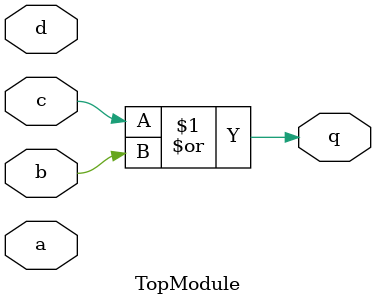
<source format=sv>
module TopModule (
    input logic a,  // 1-bit unsigned input
    input logic b,  // 1-bit unsigned input
    input logic c,  // 1-bit unsigned input
    input logic d,  // 1-bit unsigned input
    output logic q  // 1-bit unsigned output
);

    // Combinational logic for output q
    assign q = c | b;

endmodule
</source>
